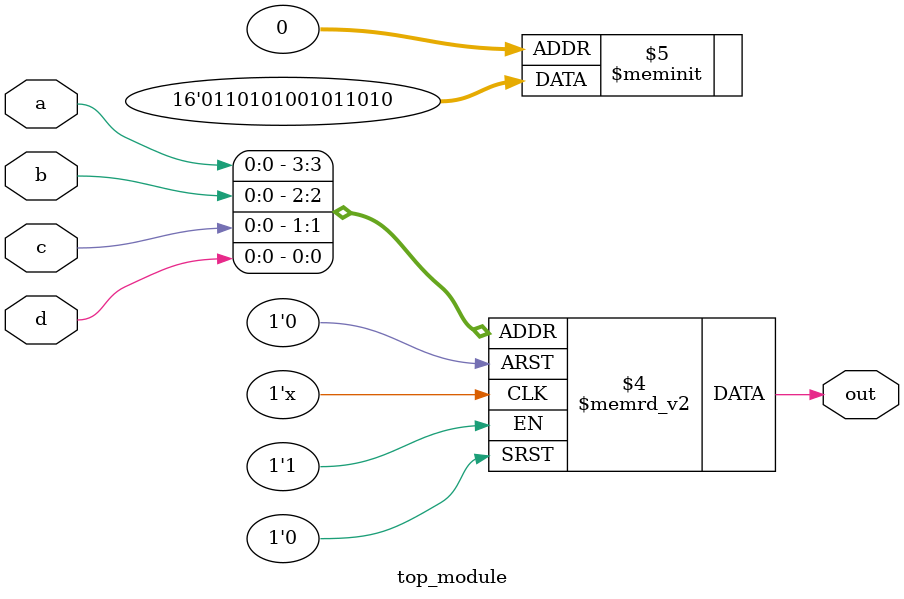
<source format=sv>
module top_module (
    input a, 
    input b,
    input c,
    input d,
    output reg out
);

    always @(a, b, c, d) begin
        case({a,b,c,d})
            4'b0000: out = 1'b0;
            4'b0001: out = 1'b1;
            4'b0010: out = 1'b0;
            4'b0011: out = 1'b1;
            4'b0100: out = 1'b1;
            4'b0101: out = 1'b0;
            4'b0110: out = 1'b1;
            4'b0111: out = 1'b0;
            4'b1000: out = 1'b0; 
            4'b1001: out = 1'b1;
            4'b1010: out = 1'b0;
            4'b1011: out = 1'b1;
            4'b1100: out = 1'b0;
            4'b1101: out = 1'b1;
            4'b1110: out = 1'b1;
            4'b1111: out = 1'b0;
        endcase
    end

endmodule

</source>
